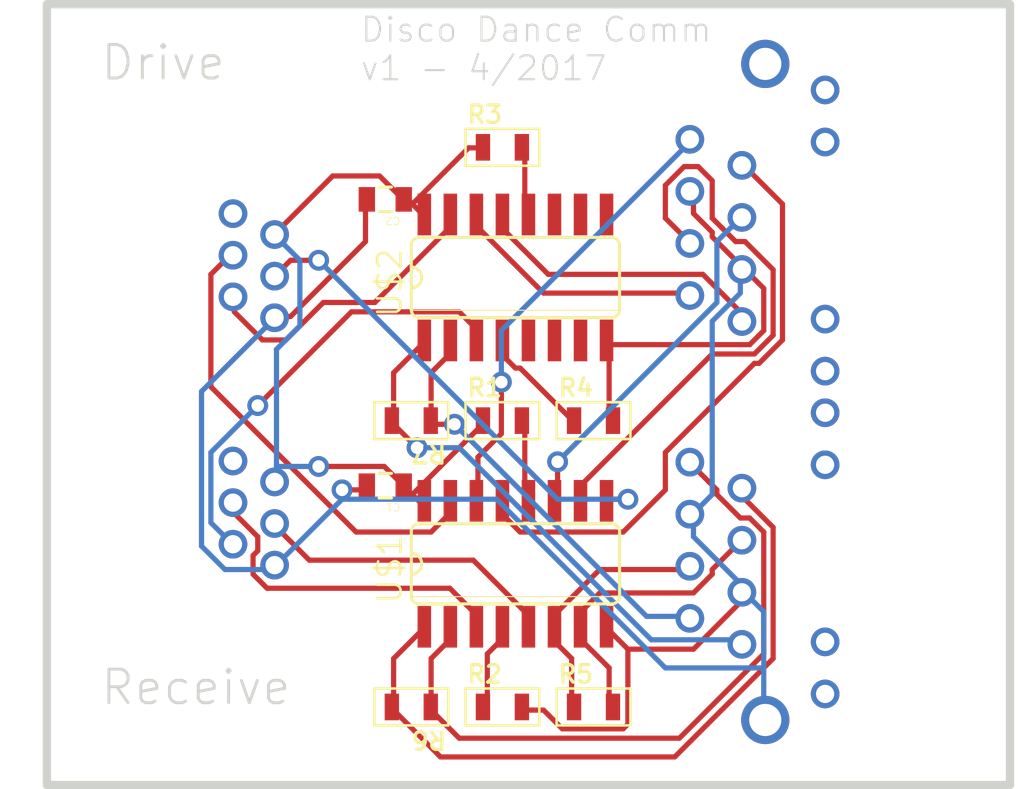
<source format=kicad_pcb>
(kicad_pcb (version 20241229) (generator "pcbnew") (generator_version "9.0")
  (layers (0 "F.Cu" signal) (2 "B.Cu" signal) (13 "F.Paste" user) (15 "B.Paste" user) (5 "F.SilkS" user "F.Silkscreen") (7 "B.SilkS" user "B.Silkscreen") (1 "F.Mask" user) (3 "B.Mask" user) (25 "Edge.Cuts" user))
  (net 0 "")
  (net 1 "VCC")
  (net 2 "D1")
  (net 3 "D2")
  (net 4 "D3")
  (net 5 "GND")
  (net 6 "R1")
  (net 7 "R2")
  (net 8 "R3")
  (net 9 "D4")
  (net 10 "R4")
  (net 11 "N$1")
  (net 12 "N$3")
  (net 13 "N$5")
  (net 14 "N$6")
  (net 15 "R-B-1")
  (net 16 "D-BR-1")
  (net 17 "D-BR-2")
  (net 18 "D-B-2")
  (net 19 "D-B-1")
  (net 20 "R-BR-1")
  (net 21 "R-BR-2")
  (net 22 "R-B-2")
  (net 23 "D-O-1")
  (net 24 "D-O-2")
  (net 25 "R-O-1")
  (net 26 "R-O-2")
  (footprint "R0805" (layer "F.Cu") (at 147.2311 106.2736)
    (property "Reference" "R1" (at -1.8 -1.1 0) (layer "F.SilkS") (effects (font (size 0.85344 0.85344) (thickness 0.16256)) (justify left bottom)))
    (property "Value" "1k" (hide yes))
    (fp_line (start -1.8 -0.9) (end -1.8 0.9) (stroke (width 0.127)) (layer "F.SilkS"))
    (fp_line (start -1.8 0.9) (end 1.8 0.9) (stroke (width 0.127)) (layer "F.SilkS"))
    (fp_line (start 1.8 -0.9) (end -1.8 -0.9) (stroke (width 0.127)) (layer "F.SilkS"))
    (fp_line (start 1.8 0.9) (end 1.8 -0.9) (stroke (width 0.127)) (layer "F.SilkS"))
    (pad "P$1" smd rect (at -0.95 0 180) (size 0.7 1.3) (layers "F.Cu" "F.Mask" "F.Paste") (net 1 "VCC"))
    (pad "P$2" smd rect (at 0.95 0 180) (size 0.7 1.3) (layers "F.Cu" "F.Mask" "F.Paste") (net 11 "N$1"))
  )
  (footprint "R0805" (layer "F.Cu") (at 147.2311 120.2436)
    (property "Reference" "R2" (at -1.8 -1.1 0) (layer "F.SilkS") (effects (font (size 0.85344 0.85344) (thickness 0.16256)) (justify left bottom)))
    (property "Value" "1k" (hide yes))
    (fp_line (start -1.8 -0.9) (end -1.8 0.9) (stroke (width 0.127)) (layer "F.SilkS"))
    (fp_line (start -1.8 0.9) (end 1.8 0.9) (stroke (width 0.127)) (layer "F.SilkS"))
    (fp_line (start 1.8 -0.9) (end -1.8 -0.9) (stroke (width 0.127)) (layer "F.SilkS"))
    (fp_line (start 1.8 0.9) (end 1.8 -0.9) (stroke (width 0.127)) (layer "F.SilkS"))
    (pad "P$1" smd rect (at -0.95 0 180) (size 0.7 1.3) (layers "F.Cu" "F.Mask" "F.Paste") (net 12 "N$3"))
    (pad "P$2" smd rect (at 0.95 0 180) (size 0.7 1.3) (layers "F.Cu" "F.Mask" "F.Paste") (net 5 "GND"))
  )
  (footprint "0805" (layer "F.Cu") (at 141.5161 109.4486 180)
    (property "Reference" "C1" (at -0.762 -0.8255 180) (layer "F.SilkS") (effects (font (size 0.373888 0.373888) (thickness 0.032512)) (justify left bottom)))
    (property "Value" ".1u")
    (fp_line (start -0.3 0.6) (end 0.3 0.6) (stroke (width 0.1524)) (layer "F.SilkS"))
    (fp_line (start -0.3 -0.6) (end 0.3 -0.6) (stroke (width 0.1524)) (layer "F.SilkS"))
    (pad "1" smd rect (at -0.9 0 180) (size 0.8 1.2) (layers "F.Cu" "F.Mask" "F.Paste") (net 1 "VCC"))
    (pad "2" smd rect (at 0.9 0 180) (size 0.8 1.2) (layers "F.Cu" "F.Mask" "F.Paste") (net 5 "GND"))
  )
  (footprint "R0805" (layer "F.Cu") (at 151.6761 120.2436)
    (property "Reference" "R5" (at -1.8 -1.1 0) (layer "F.SilkS") (effects (font (size 0.85344 0.85344) (thickness 0.16256)) (justify left bottom)))
    (property "Value" "100" (hide yes))
    (fp_line (start -1.8 -0.9) (end -1.8 0.9) (stroke (width 0.127)) (layer "F.SilkS"))
    (fp_line (start -1.8 0.9) (end 1.8 0.9) (stroke (width 0.127)) (layer "F.SilkS"))
    (fp_line (start 1.8 -0.9) (end -1.8 -0.9) (stroke (width 0.127)) (layer "F.SilkS"))
    (fp_line (start 1.8 0.9) (end 1.8 -0.9) (stroke (width 0.127)) (layer "F.SilkS"))
    (pad "P$1" smd rect (at -0.95 0 180) (size 0.7 1.3) (layers "F.Cu" "F.Mask" "F.Paste") (net 15 "R-B-1"))
    (pad "P$2" smd rect (at 0.95 0 180) (size 0.7 1.3) (layers "F.Cu" "F.Mask" "F.Paste") (net 22 "R-B-2"))
  )
  (footprint "0805" (layer "F.Cu") (at 141.5161 95.4786 180)
    (property "Reference" "C2" (at -0.762 -0.8255 180) (layer "F.SilkS") (effects (font (size 0.373888 0.373888) (thickness 0.032512)) (justify left bottom)))
    (property "Value" ".1u")
    (fp_line (start -0.3 0.6) (end 0.3 0.6) (stroke (width 0.1524)) (layer "F.SilkS"))
    (fp_line (start -0.3 -0.6) (end 0.3 -0.6) (stroke (width 0.1524)) (layer "F.SilkS"))
    (pad "1" smd rect (at -0.9 0 180) (size 0.8 1.2) (layers "F.Cu" "F.Mask" "F.Paste") (net 1 "VCC"))
    (pad "2" smd rect (at 0.9 0 180) (size 0.8 1.2) (layers "F.Cu" "F.Mask" "F.Paste") (net 5 "GND"))
  )
  (footprint "R0805" (layer "F.Cu") (at 147.2311 92.9386)
    (property "Reference" "R3" (at -1.8 -1.1 0) (layer "F.SilkS") (effects (font (size 0.85344 0.85344) (thickness 0.16256)) (justify left bottom)))
    (property "Value" "1k" (hide yes))
    (fp_line (start -1.8 -0.9) (end -1.8 0.9) (stroke (width 0.127)) (layer "F.SilkS"))
    (fp_line (start -1.8 0.9) (end 1.8 0.9) (stroke (width 0.127)) (layer "F.SilkS"))
    (fp_line (start 1.8 -0.9) (end -1.8 -0.9) (stroke (width 0.127)) (layer "F.SilkS"))
    (fp_line (start 1.8 0.9) (end 1.8 -0.9) (stroke (width 0.127)) (layer "F.SilkS"))
    (pad "P$1" smd rect (at -0.95 0 180) (size 0.7 1.3) (layers "F.Cu" "F.Mask" "F.Paste") (net 1 "VCC"))
    (pad "P$2" smd rect (at 0.95 0 180) (size 0.7 1.3) (layers "F.Cu" "F.Mask" "F.Paste") (net 13 "N$5"))
  )
  (footprint "R0805" (layer "F.Cu") (at 151.6761 106.2736)
    (property "Reference" "R4" (at -1.8 -1.1 0) (layer "F.SilkS") (effects (font (size 0.85344 0.85344) (thickness 0.16256)) (justify left bottom)))
    (property "Value" "1k" (hide yes))
    (fp_line (start -1.8 -0.9) (end -1.8 0.9) (stroke (width 0.127)) (layer "F.SilkS"))
    (fp_line (start -1.8 0.9) (end 1.8 0.9) (stroke (width 0.127)) (layer "F.SilkS"))
    (fp_line (start 1.8 -0.9) (end -1.8 -0.9) (stroke (width 0.127)) (layer "F.SilkS"))
    (fp_line (start 1.8 0.9) (end 1.8 -0.9) (stroke (width 0.127)) (layer "F.SilkS"))
    (pad "P$1" smd rect (at -0.95 0 180) (size 0.7 1.3) (layers "F.Cu" "F.Mask" "F.Paste") (net 14 "N$6"))
    (pad "P$2" smd rect (at 0.95 0 180) (size 0.7 1.3) (layers "F.Cu" "F.Mask" "F.Paste") (net 5 "GND"))
  )
  (footprint "SOP-16" (layer "F.Cu") (at 147.8661 99.2886)
    (property "Reference" "U$2" (at -5.461 2.032 90) (layer "F.SilkS") (effects (font (size 1.143 1.143) (thickness 0.127)) (justify left bottom)))
    (property "Value" "SN65C1167")
    (fp_line (start -5.08 -1.5748) (end -5.08 1.5748) (stroke (width 0.1524)) (layer "F.SilkS"))
    (fp_line (start -5.08 1.6002) (end 5.08 1.6002) (stroke (width 0.0508)) (layer "F.SilkS"))
    (fp_line (start -4.699 1.9558) (end 4.699 1.9558) (stroke (width 0.1524)) (layer "F.SilkS"))
    (fp_line (start 4.699 -1.9558) (end -4.699 -1.9558) (stroke (width 0.1524)) (layer "F.SilkS"))
    (fp_line (start 5.08 1.5748) (end 5.08 -1.5748) (stroke (width 0.1524)) (layer "F.SilkS"))
    (fp_arc (start -5.08 -1.5748) (mid -4.968408 -1.844208) (end -4.699 -1.9558) (stroke (width 0.1524)) (layer "F.SilkS"))
    (fp_arc (start -5.08 -0.508) (mid -4.572 0) (end -5.08 0.508) (stroke (width 0.1524)) (layer "F.SilkS"))
    (fp_arc (start -4.699 1.9558) (mid -4.968408 1.844208) (end -5.08 1.5748) (stroke (width 0.1524)) (layer "F.SilkS"))
    (fp_arc (start 4.699 -1.9558) (mid 4.968408 -1.844208) (end 5.08 -1.5748) (stroke (width 0.1524)) (layer "F.SilkS"))
    (fp_arc (start 5.08 1.5748) (mid 4.968408 1.844208) (end 4.699 1.9558) (stroke (width 0.1524)) (layer "F.SilkS"))
    (pad "1" smd rect (at -4.445 3.0734) (size 0.6604 2.032) (layers "F.Cu" "F.Mask" "F.Paste") (net 26 "R-O-2"))
    (pad "2" smd rect (at -3.175 3.0734) (size 0.6604 2.032) (layers "F.Cu" "F.Mask" "F.Paste") (net 25 "R-O-1"))
    (pad "3" smd rect (at -1.905 3.0734) (size 0.6604 2.032) (layers "F.Cu" "F.Mask" "F.Paste") (net 8 "R3"))
    (pad "4" smd rect (at -0.635 3.0734) (size 0.6604 2.032) (layers "F.Cu" "F.Mask" "F.Paste") (net 14 "N$6"))
    (pad "5" smd rect (at 0.635 3.0734) (size 0.6604 2.032) (layers "F.Cu" "F.Mask" "F.Paste") (net 10 "R4"))
    (pad "6" smd rect (at 1.905 3.0734) (size 0.6604 2.032) (layers "F.Cu" "F.Mask" "F.Paste"))
    (pad "7" smd rect (at 3.175 3.0734) (size 0.6604 2.032) (layers "F.Cu" "F.Mask" "F.Paste"))
    (pad "8" smd rect (at 4.445 3.0734) (size 0.6604 2.032) (layers "F.Cu" "F.Mask" "F.Paste") (net 5 "GND"))
    (pad "9" smd rect (at 4.445 -3.0734) (size 0.6604 2.032) (layers "F.Cu" "F.Mask" "F.Paste") (net 9 "D4"))
    (pad "10" smd rect (at 3.175 -3.0734) (size 0.6604 2.032) (layers "F.Cu" "F.Mask" "F.Paste"))
    (pad "11" smd rect (at 1.905 -3.0734) (size 0.6604 2.032) (layers "F.Cu" "F.Mask" "F.Paste"))
    (pad "12" smd rect (at 0.635 -3.0734) (size 0.6604 2.032) (layers "F.Cu" "F.Mask" "F.Paste") (net 13 "N$5"))
    (pad "13" smd rect (at -0.635 -3.0734) (size 0.6604 2.032) (layers "F.Cu" "F.Mask" "F.Paste") (net 24 "D-O-2"))
    (pad "14" smd rect (at -1.905 -3.0734) (size 0.6604 2.032) (layers "F.Cu" "F.Mask" "F.Paste") (net 23 "D-O-1"))
    (pad "15" smd rect (at -3.175 -3.0734) (size 0.6604 2.032) (layers "F.Cu" "F.Mask" "F.Paste") (net 4 "D3"))
    (pad "16" smd rect (at -4.445 -3.0734) (size 0.6604 2.032) (layers "F.Cu" "F.Mask" "F.Paste") (net 1 "VCC"))
  )
  (footprint "RJSBE-5380-C2" (layer "F.Cu") (at 167.1661 119.0986 90)
    (property "Reference" "U$4" (hide yes))
    (property "Value" "RJSBE-5380-C2" (hide yes))
    (pad "" np_thru_hole circle (at 0 0 90) (size 3.45 3.45) (drill 3.45) (layers "*.Cu" "*.Mask"))
    (pad "" np_thru_hole circle (at 28.45 0 90) (size 3.45 3.45) (drill 3.45) (layers "*.Cu" "*.Mask"))
    (pad "1@1" thru_hole circle (at 1.91 -8.25 90) (size 1.398 1.398) (drill 0.89) (layers "*.Cu" "*.Mask") (net 26 "R-O-2"))
    (pad "1@2" thru_hole circle (at 17.66 -8.25 90) (size 1.398 1.398) (drill 0.89) (layers "*.Cu" "*.Mask") (net 24 "D-O-2"))
    (pad "2@1" thru_hole circle (at 3.18 -10.79 90) (size 1.398 1.398) (drill 0.89) (layers "*.Cu" "*.Mask") (net 25 "R-O-1"))
    (pad "2@2" thru_hole circle (at 18.93 -10.79 90) (size 1.398 1.398) (drill 0.89) (layers "*.Cu" "*.Mask") (net 23 "D-O-1"))
    (pad "3@1" thru_hole circle (at 4.45 -8.25 90) (size 1.398 1.398) (drill 0.89) (layers "*.Cu" "*.Mask") (net 5 "GND"))
    (pad "3@2" thru_hole circle (at 20.2 -8.25 90) (size 1.398 1.398) (drill 0.89) (layers "*.Cu" "*.Mask") (net 5 "GND"))
    (pad "4@1" thru_hole circle (at 5.72 -10.79 90) (size 1.398 1.398) (drill 0.89) (layers "*.Cu" "*.Mask") (net 15 "R-B-1"))
    (pad "4@2" thru_hole circle (at 21.47 -10.79 90) (size 1.398 1.398) (drill 0.89) (layers "*.Cu" "*.Mask") (net 19 "D-B-1"))
    (pad "5@1" thru_hole circle (at 6.99 -8.25 90) (size 1.398 1.398) (drill 0.89) (layers "*.Cu" "*.Mask") (net 22 "R-B-2"))
    (pad "5@2" thru_hole circle (at 22.74 -8.25 90) (size 1.398 1.398) (drill 0.89) (layers "*.Cu" "*.Mask") (net 18 "D-B-2"))
    (pad "6@1" thru_hole circle (at 8.26 -10.79 90) (size 1.398 1.398) (drill 0.89) (layers "*.Cu" "*.Mask") (net 5 "GND"))
    (pad "6@2" thru_hole circle (at 24.01 -10.79 90) (size 1.398 1.398) (drill 0.89) (layers "*.Cu" "*.Mask") (net 5 "GND"))
    (pad "7@1" thru_hole circle (at 9.53 -8.25 90) (size 1.398 1.398) (drill 0.89) (layers "*.Cu" "*.Mask") (net 21 "R-BR-2"))
    (pad "7@2" thru_hole circle (at 25.28 -8.25 90) (size 1.398 1.398) (drill 0.89) (layers "*.Cu" "*.Mask") (net 17 "D-BR-2"))
    (pad "8@1" thru_hole circle (at 10.8 -10.79 90) (size 1.398 1.398) (drill 0.89) (layers "*.Cu" "*.Mask") (net 20 "R-BR-1"))
    (pad "8@2" thru_hole circle (at 26.55 -10.79 90) (size 1.398 1.398) (drill 0.89) (layers "*.Cu" "*.Mask") (net 16 "D-BR-1"))
    (pad "9@1" thru_hole circle (at 13.21 -4.19 90) (size 1.398 1.398) (drill 0.89) (layers "*.Cu" "*.Mask"))
    (pad "9@2" thru_hole circle (at 28.96 -4.19 90) (size 1.398 1.398) (drill 0.89) (layers "*.Cu" "*.Mask"))
    (pad "10@1" thru_hole circle (at 10.67 -4.19 90) (size 1.398 1.398) (drill 0.89) (layers "*.Cu" "*.Mask"))
    (pad "10@2" thru_hole circle (at 26.42 -4.19 90) (size 1.398 1.398) (drill 0.89) (layers "*.Cu" "*.Mask"))
    (pad "11@1" thru_hole circle (at 2.03 -4.19 90) (size 1.398 1.398) (drill 0.89) (layers "*.Cu" "*.Mask"))
    (pad "11@2" thru_hole circle (at 17.78 -4.19 90) (size 1.398 1.398) (drill 0.89) (layers "*.Cu" "*.Mask"))
    (pad "12@1" thru_hole circle (at -0.51 -4.19 90) (size 1.398 1.398) (drill 0.89) (layers "*.Cu" "*.Mask"))
    (pad "12@2" thru_hole circle (at 15.24 -4.19 90) (size 1.398 1.398) (drill 0.89) (layers "*.Cu" "*.Mask"))
    (pad "SHIELD@1" thru_hole circle (at -1.78 -7.11 90) (size 2.355 2.355) (drill 1.57) (layers "*.Cu" "*.Mask") (net 5 "GND"))
    (pad "SHIELD@2" thru_hole circle (at 30.23 -7.11 90) (size 2.355 2.355) (drill 1.57) (layers "*.Cu" "*.Mask"))
  )
  (footprint "R0805" (layer "F.Cu") (at 142.7861 120.2436 180)
    (property "Reference" "R6" (at -1.8 -1.1 180) (layer "F.SilkS") (effects (font (size 0.85344 0.85344) (thickness 0.16256)) (justify left bottom)))
    (property "Value" "100" (hide yes))
    (fp_line (start 1.8 0.9) (end 1.8 -0.9) (stroke (width 0.127)) (layer "F.SilkS"))
    (fp_line (start 1.8 -0.9) (end -1.8 -0.9) (stroke (width 0.127)) (layer "F.SilkS"))
    (fp_line (start -1.8 0.9) (end 1.8 0.9) (stroke (width 0.127)) (layer "F.SilkS"))
    (fp_line (start -1.8 -0.9) (end -1.8 0.9) (stroke (width 0.127)) (layer "F.SilkS"))
    (pad "P$1" smd rect (at -0.95 0) (size 0.7 1.3) (layers "F.Cu" "F.Mask" "F.Paste") (net 20 "R-BR-1"))
    (pad "P$2" smd rect (at 0.95 0) (size 0.7 1.3) (layers "F.Cu" "F.Mask" "F.Paste") (net 21 "R-BR-2"))
  )
  (footprint "RJE01-660-02" (layer "F.Cu") (at 131.0361 93.9536 -90)
    (property "Reference" "U$3" (hide yes))
    (property "Value" "RJE01-660-02" (hide yes))
    (pad "" np_thru_hole circle (at 0 0 270) (size 3.45 3.45) (drill 3.45) (layers "*.Cu" "*.Mask"))
    (pad "" np_thru_hole circle (at 21.59 0 270) (size 3.45 3.45) (drill 3.45) (layers "*.Cu" "*.Mask"))
    (pad "1@1" thru_hole circle (at 7.3 -5.08 270) (size 1.398 1.398) (drill 0.89) (layers "*.Cu" "*.Mask") (net 5 "GND"))
    (pad "1@2" thru_hole circle (at 19.37 -5.08 270) (size 1.398 1.398) (drill 0.89) (layers "*.Cu" "*.Mask") (net 5 "GND"))
    (pad "2@1" thru_hole circle (at 6.28 -3.05 270) (size 1.398 1.398) (drill 0.89) (layers "*.Cu" "*.Mask") (net 4 "D3"))
    (pad "2@2" thru_hole circle (at 18.35 -3.05 270) (size 1.398 1.398) (drill 0.89) (layers "*.Cu" "*.Mask") (net 8 "R3"))
    (pad "3@1" thru_hole circle (at 5.27 -5.08 270) (size 1.398 1.398) (drill 0.89) (layers "*.Cu" "*.Mask") (net 3 "D2"))
    (pad "3@2" thru_hole circle (at 17.34 -5.08 270) (size 1.398 1.398) (drill 0.89) (layers "*.Cu" "*.Mask") (net 7 "R2"))
    (pad "4@1" thru_hole circle (at 4.25 -3.05 270) (size 1.398 1.398) (drill 0.89) (layers "*.Cu" "*.Mask") (net 2 "D1"))
    (pad "4@2" thru_hole circle (at 16.32 -3.05 270) (size 1.398 1.398) (drill 0.89) (layers "*.Cu" "*.Mask") (net 6 "R1"))
    (pad "5@1" thru_hole circle (at 3.24 -5.08 270) (size 1.398 1.398) (drill 0.89) (layers "*.Cu" "*.Mask") (net 1 "VCC"))
    (pad "5@2" thru_hole circle (at 15.31 -5.08 270) (size 1.398 1.398) (drill 0.89) (layers "*.Cu" "*.Mask") (net 1 "VCC"))
    (pad "6@1" thru_hole circle (at 2.22 -3.05 270) (size 1.398 1.398) (drill 0.89) (layers "*.Cu" "*.Mask"))
    (pad "6@2" thru_hole circle (at 14.29 -3.05 270) (size 1.398 1.398) (drill 0.89) (layers "*.Cu" "*.Mask"))
  )
  (footprint "SOP-16" (layer "F.Cu") (at 147.8661 113.2586)
    (property "Reference" "U$1" (at -5.461 2.032 90) (layer "F.SilkS") (effects (font (size 1.143 1.143) (thickness 0.127)) (justify left bottom)))
    (property "Value" "SN65C1167")
    (fp_line (start -5.08 -1.5748) (end -5.08 1.5748) (stroke (width 0.1524)) (layer "F.SilkS"))
    (fp_line (start -5.08 1.6002) (end 5.08 1.6002) (stroke (width 0.0508)) (layer "F.SilkS"))
    (fp_line (start -4.699 1.9558) (end 4.699 1.9558) (stroke (width 0.1524)) (layer "F.SilkS"))
    (fp_line (start 4.699 -1.9558) (end -4.699 -1.9558) (stroke (width 0.1524)) (layer "F.SilkS"))
    (fp_line (start 5.08 1.5748) (end 5.08 -1.5748) (stroke (width 0.1524)) (layer "F.SilkS"))
    (fp_arc (start -5.08 -1.5748) (mid -4.968408 -1.844208) (end -4.699 -1.9558) (stroke (width 0.1524)) (layer "F.SilkS"))
    (fp_arc (start -5.08 -0.508) (mid -4.572 0) (end -5.08 0.508) (stroke (width 0.1524)) (layer "F.SilkS"))
    (fp_arc (start -4.699 1.9558) (mid -4.968408 1.844208) (end -5.08 1.5748) (stroke (width 0.1524)) (layer "F.SilkS"))
    (fp_arc (start 4.699 -1.9558) (mid 4.968408 -1.844208) (end 5.08 -1.5748) (stroke (width 0.1524)) (layer "F.SilkS"))
    (fp_arc (start 5.08 1.5748) (mid 4.968408 1.844208) (end 4.699 1.9558) (stroke (width 0.1524)) (layer "F.SilkS"))
    (pad "1" smd rect (at -4.445 3.0734) (size 0.6604 2.032) (layers "F.Cu" "F.Mask" "F.Paste") (net 21 "R-BR-2"))
    (pad "2" smd rect (at -3.175 3.0734) (size 0.6604 2.032) (layers "F.Cu" "F.Mask" "F.Paste") (net 20 "R-BR-1"))
    (pad "3" smd rect (at -1.905 3.0734) (size 0.6604 2.032) (layers "F.Cu" "F.Mask" "F.Paste") (net 6 "R1"))
    (pad "4" smd rect (at -0.635 3.0734) (size 0.6604 2.032) (layers "F.Cu" "F.Mask" "F.Paste") (net 12 "N$3"))
    (pad "5" smd rect (at 0.635 3.0734) (size 0.6604 2.032) (layers "F.Cu" "F.Mask" "F.Paste") (net 7 "R2"))
    (pad "6" smd rect (at 1.905 3.0734) (size 0.6604 2.032) (layers "F.Cu" "F.Mask" "F.Paste") (net 15 "R-B-1"))
    (pad "7" smd rect (at 3.175 3.0734) (size 0.6604 2.032) (layers "F.Cu" "F.Mask" "F.Paste") (net 22 "R-B-2"))
    (pad "8" smd rect (at 4.445 3.0734) (size 0.6604 2.032) (layers "F.Cu" "F.Mask" "F.Paste") (net 5 "GND"))
    (pad "9" smd rect (at 4.445 -3.0734) (size 0.6604 2.032) (layers "F.Cu" "F.Mask" "F.Paste") (net 3 "D2"))
    (pad "10" smd rect (at 3.175 -3.0734) (size 0.6604 2.032) (layers "F.Cu" "F.Mask" "F.Paste") (net 19 "D-B-1"))
    (pad "11" smd rect (at 1.905 -3.0734) (size 0.6604 2.032) (layers "F.Cu" "F.Mask" "F.Paste") (net 18 "D-B-2"))
    (pad "12" smd rect (at 0.635 -3.0734) (size 0.6604 2.032) (layers "F.Cu" "F.Mask" "F.Paste") (net 11 "N$1"))
    (pad "13" smd rect (at -0.635 -3.0734) (size 0.6604 2.032) (layers "F.Cu" "F.Mask" "F.Paste") (net 17 "D-BR-2"))
    (pad "14" smd rect (at -1.905 -3.0734) (size 0.6604 2.032) (layers "F.Cu" "F.Mask" "F.Paste") (net 16 "D-BR-1"))
    (pad "15" smd rect (at -3.175 -3.0734) (size 0.6604 2.032) (layers "F.Cu" "F.Mask" "F.Paste") (net 2 "D1"))
    (pad "16" smd rect (at -4.445 -3.0734) (size 0.6604 2.032) (layers "F.Cu" "F.Mask" "F.Paste") (net 1 "VCC"))
  )
  (footprint "R0805" (layer "F.Cu") (at 142.7861 106.2736 180)
    (property "Reference" "R7" (at -1.8 -1.1 180) (layer "F.SilkS") (effects (font (size 0.85344 0.85344) (thickness 0.16256)) (justify left bottom)))
    (property "Value" "100" (hide yes))
    (fp_line (start 1.8 0.9) (end 1.8 -0.9) (stroke (width 0.127)) (layer "F.SilkS"))
    (fp_line (start 1.8 -0.9) (end -1.8 -0.9) (stroke (width 0.127)) (layer "F.SilkS"))
    (fp_line (start -1.8 0.9) (end 1.8 0.9) (stroke (width 0.127)) (layer "F.SilkS"))
    (fp_line (start -1.8 -0.9) (end -1.8 0.9) (stroke (width 0.127)) (layer "F.SilkS"))
    (pad "P$1" smd rect (at -0.95 0) (size 0.7 1.3) (layers "F.Cu" "F.Mask" "F.Paste") (net 25 "R-O-1"))
    (pad "P$2" smd rect (at 0.95 0) (size 0.7 1.3) (layers "F.Cu" "F.Mask" "F.Paste") (net 26 "R-O-2"))
  )
  (gr_line (start 171.9961 124.0536) (end 171.9961 85.9536) (stroke (width 0.4064)) (layer "Edge.Cuts"))
  (gr_line (start 125.0061 124.0536) (end 171.9961 124.0536) (stroke (width 0.4064)) (layer "Edge.Cuts"))
  (gr_line (start 171.9961 85.9536) (end 125.0061 85.9536) (stroke (width 0.4064)) (layer "Edge.Cuts"))
  (gr_line (start 125.0061 85.9536) (end 125.0061 124.0536) (stroke (width 0.4064)) (layer "Edge.Cuts"))
  (gr_text "Drive" (at 127.5461 89.7636 0) (layer "Edge.Cuts") (effects (font (size 1.63576 1.63576) (thickness 0.14224)) (justify left bottom)))
  (gr_text "Disco Dance Comm\nv1 - 4/2017" (at 140.2461 89.7636 0) (layer "Edge.Cuts") (effects (font (size 1.1684 1.1684) (thickness 0.1016)) (justify left bottom)))
  (gr_text "Receive" (at 127.5461 120.2436 0) (layer "Edge.Cuts") (effects (font (size 1.63576 1.63576) (thickness 0.14224)) (justify left bottom)))
  (segment (start 142.6083 95.4786) (end 142.4161 95.4786) (width 0.254) (layer "F.Cu") (net 1))
  (segment (start 143.2941 96.1644) (end 143.4211 96.2152) (width 0.254) (layer "F.Cu") (net 1))
  (segment (start 138.9507 94.3356) (end 141.2367 94.3356) (width 0.254) (layer "F.Cu") (net 1))
  (segment (start 136.2075 97.0788) (end 136.1161 97.1936) (width 0.254) (layer "F.Cu") (net 1))
  (segment (start 142.8369 95.7072) (end 145.5801 92.964) (width 0.254) (layer "F.Cu") (net 1))
  (segment (start 143.2941 110.3376) (end 143.4211 110.1852) (width 0.254) (layer "F.Cu") (net 1))
  (segment (start 142.8369 109.8804) (end 146.2659 106.4514) (width 0.254) (layer "F.Cu") (net 1))
  (segment (start 146.2659 106.4514) (end 146.2811 106.2736) (width 0.254) (layer "F.Cu") (net 1))
  (segment (start 142.3797 95.4786) (end 142.4161 95.4786) (width 0.254) (layer "F.Cu") (net 1))
  (segment (start 142.6083 109.6518) (end 142.4161 109.4486) (width 0.254) (layer "F.Cu") (net 1))
  (segment (start 145.5801 92.964) (end 146.2659 92.964) (width 0.254) (layer "F.Cu") (net 1))
  (segment (start 138.2649 108.5088) (end 141.4653 108.5088) (width 0.254) (layer "F.Cu") (net 1))
  (segment (start 142.8369 95.7072) (end 142.6083 95.4786) (width 0.254) (layer "F.Cu") (net 1))
  (segment (start 136.2075 97.0788) (end 138.9507 94.3356) (width 0.254) (layer "F.Cu") (net 1))
  (segment (start 142.8369 109.8804) (end 142.6083 109.6518) (width 0.254) (layer "F.Cu") (net 1))
  (segment (start 143.2941 96.1644) (end 142.8369 95.7072) (width 0.254) (layer "F.Cu") (net 1))
  (segment (start 146.2659 92.964) (end 146.2811 92.9386) (width 0.254) (layer "F.Cu") (net 1))
  (segment (start 142.3797 109.4232) (end 142.4161 109.4486) (width 0.254) (layer "F.Cu") (net 1))
  (segment (start 141.2367 94.3356) (end 142.3797 95.4786) (width 0.254) (layer "F.Cu") (net 1))
  (segment (start 143.2941 110.3376) (end 142.8369 109.8804) (width 0.254) (layer "F.Cu") (net 1))
  (segment (start 141.4653 108.5088) (end 142.3797 109.4232) (width 0.254) (layer "F.Cu") (net 1))
  (via (at 138.2649 108.5088) (size 1.016) (drill 0.6096) (layers "F.Cu" "B.Cu") (net 1))
  (segment (start 136.2075 97.3074) (end 136.1161 97.1936) (width 0.254) (layer "B.Cu") (net 1))
  (segment (start 136.2075 109.1946) (end 136.1161 109.2636) (width 0.254) (layer "B.Cu") (net 1))
  (segment (start 136.2075 97.3074) (end 137.3505 98.4504) (width 0.254) (layer "B.Cu") (net 1))
  (segment (start 136.2075 108.5088) (end 136.2075 109.1946) (width 0.254) (layer "B.Cu") (net 1))
  (segment (start 137.3505 98.4504) (end 137.3505 101.6508) (width 0.254) (layer "B.Cu") (net 1))
  (segment (start 136.2075 108.5088) (end 138.2649 108.5088) (width 0.254) (layer "B.Cu") (net 1))
  (segment (start 137.3505 101.6508) (end 136.2075 102.7938) (width 0.254) (layer "B.Cu") (net 1))
  (segment (start 136.2075 102.7938) (end 136.2075 108.5088) (width 0.254) (layer "B.Cu") (net 1))
  (segment (start 133.0071 99.1362) (end 133.0071 104.6226) (width 0.254) (layer "F.Cu") (net 2))
  (segment (start 133.0071 104.6226) (end 140.0937 111.7092) (width 0.254) (layer "F.Cu") (net 2))
  (segment (start 140.0937 111.7092) (end 143.7513 111.7092) (width 0.254) (layer "F.Cu") (net 2))
  (segment (start 133.9215 98.2218) (end 134.0861 98.2036) (width 0.254) (layer "F.Cu") (net 2))
  (segment (start 144.6657 110.7948) (end 144.6657 110.3376) (width 0.254) (layer "F.Cu") (net 2))
  (segment (start 133.9215 98.2218) (end 133.0071 99.1362) (width 0.254) (layer "F.Cu") (net 2))
  (segment (start 144.6657 110.3376) (end 144.6911 110.1852) (width 0.254) (layer "F.Cu") (net 2))
  (segment (start 143.7513 111.7092) (end 144.6657 110.7948) (width 0.254) (layer "F.Cu") (net 2))
  (segment (start 136.2075 99.1362) (end 136.1161 99.2236) (width 0.254) (layer "F.Cu") (net 3))
  (segment (start 152.4381 110.109) (end 152.3111 110.1852) (width 0.254) (layer "F.Cu") (net 3))
  (segment (start 136.8933 98.4504) (end 138.2649 98.4504) (width 0.254) (layer "F.Cu") (net 3))
  (segment (start 136.2075 99.1362) (end 136.8933 98.4504) (width 0.254) (layer "F.Cu") (net 3))
  (segment (start 153.3525 110.109) (end 152.4381 110.109) (width 0.254) (layer "F.Cu") (net 3))
  (via (at 138.2649 98.4504) (size 1.016) (drill 0.6096) (layers "F.Cu" "B.Cu") (net 3))
  (via (at 153.3525 110.109) (size 1.016) (drill 0.6096) (layers "F.Cu" "B.Cu") (net 3))
  (segment (start 138.2649 98.4504) (end 149.9235 110.109) (width 0.254) (layer "B.Cu") (net 3))
  (segment (start 149.9235 110.109) (end 153.3525 110.109) (width 0.254) (layer "B.Cu") (net 3))
  (segment (start 144.6657 96.8502) (end 144.6657 96.393) (width 0.254) (layer "F.Cu") (net 4))
  (segment (start 135.5217 102.3366) (end 136.6647 102.3366) (width 0.254) (layer "F.Cu") (net 4))
  (segment (start 134.1501 100.2792) (end 134.0861 100.2336) (width 0.254) (layer "F.Cu") (net 4))
  (segment (start 136.6647 102.3366) (end 138.4935 100.5078) (width 0.254) (layer "F.Cu") (net 4))
  (segment (start 144.6657 96.393) (end 144.6911 96.2152) (width 0.254) (layer "F.Cu") (net 4))
  (segment (start 134.1501 100.965) (end 135.5217 102.3366) (width 0.254) (layer "F.Cu") (net 4))
  (segment (start 134.1501 100.2792) (end 134.1501 100.965) (width 0.254) (layer "F.Cu") (net 4))
  (segment (start 138.4935 100.5078) (end 141.0081 100.5078) (width 0.254) (layer "F.Cu") (net 4))
  (segment (start 141.0081 100.5078) (end 144.6657 96.8502) (width 0.254) (layer "F.Cu") (net 4))
  (segment (start 153.1239 121.3104) (end 150.1521 121.3104) (width 0.254) (layer "F.Cu") (net 5))
  (segment (start 157.4673 97.3074) (end 158.8389 98.679) (width 0.254) (layer "F.Cu") (net 5))
  (segment (start 158.8389 98.679) (end 158.9161 98.8986) (width 0.254) (layer "F.Cu") (net 5))
  (segment (start 140.5509 95.4786) (end 140.6161 95.4786) (width 0.254) (layer "F.Cu") (net 5))
  (segment (start 156.5529 117.4242) (end 153.3525 117.4242) (width 0.254) (layer "F.Cu") (net 5))
  (segment (start 159.9819 99.822) (end 159.9819 101.8794) (width 0.254) (layer "F.Cu") (net 5))
  (segment (start 136.8933 101.1936) (end 140.5509 97.536) (width 0.254) (layer "F.Cu") (net 5))
  (segment (start 152.4381 116.5098) (end 152.3111 116.332) (width 0.254) (layer "F.Cu") (net 5))
  (segment (start 156.5529 96.1644) (end 157.4673 97.0788) (width 0.254) (layer "F.Cu") (net 5))
  (segment (start 140.5509 97.536) (end 140.5509 95.4786) (width 0.254) (layer "F.Cu") (net 5))
  (segment (start 158.8389 114.681) (end 158.9161 114.6486) (width 0.254) (layer "F.Cu") (net 5))
  (segment (start 152.4381 116.5098) (end 153.3525 117.4242) (width 0.254) (layer "F.Cu") (net 5))
  (segment (start 140.5509 109.6518) (end 140.6161 109.4486) (width 0.254) (layer "F.Cu") (net 5))
  (segment (start 152.4381 102.5652) (end 152.3111 102.362) (width 0.254) (layer "F.Cu") (net 5))
  (segment (start 152.4381 106.2228) (end 152.6261 106.2736) (width 0.254) (layer "F.Cu") (net 5))
  (segment (start 156.5529 95.25) (end 156.5529 96.1644) (width 0.254) (layer "F.Cu") (net 5))
  (segment (start 158.8389 114.681) (end 158.8389 115.1382) (width 0.254) (layer "F.Cu") (net 5))
  (segment (start 159.0675 98.9076) (end 158.9161 98.8986) (width 0.254) (layer "F.Cu") (net 5))
  (segment (start 148.3233 120.396) (end 148.1811 120.2436) (width 0.254) (layer "F.Cu") (net 5))
  (segment (start 159.2961 102.5652) (end 152.4381 102.5652) (width 0.254) (layer "F.Cu") (net 5))
  (segment (start 157.4673 97.0788) (end 157.4673 97.3074) (width 0.254) (layer "F.Cu") (net 5))
  (segment (start 152.4381 102.5652) (end 152.4381 106.2228) (width 0.254) (layer "F.Cu") (net 5))
  (segment (start 139.4079 109.6518) (end 140.5509 109.6518) (width 0.254) (layer "F.Cu") (net 5))
  (segment (start 136.2075 101.1936) (end 136.1161 101.2536) (width 0.254) (layer "F.Cu") (net 5))
  (segment (start 150.1521 121.3104) (end 149.2377 120.396) (width 0.254) (layer "F.Cu") (net 5))
  (segment (start 153.3525 121.0818) (end 153.1239 121.3104) (width 0.254) (layer "F.Cu") (net 5))
  (segment (start 158.8389 115.1382) (end 156.5529 117.4242) (width 0.254) (layer "F.Cu") (net 5))
  (segment (start 156.5529 95.25) (end 156.3761 95.0886) (width 0.254) (layer "F.Cu") (net 5))
  (segment (start 159.9819 101.8794) (end 159.2961 102.5652) (width 0.254) (layer "F.Cu") (net 5))
  (segment (start 153.3525 117.4242) (end 153.3525 121.0818) (width 0.254) (layer "F.Cu") (net 5))
  (segment (start 136.2075 101.1936) (end 136.8933 101.1936) (width 0.254) (layer "F.Cu") (net 5))
  (segment (start 149.2377 120.396) (end 148.3233 120.396) (width 0.254) (layer "F.Cu") (net 5))
  (segment (start 159.0675 98.9076) (end 159.9819 99.822) (width 0.254) (layer "F.Cu") (net 5))
  (via (at 139.4079 109.6518) (size 1.016) (drill 0.6096) (layers "F.Cu" "B.Cu") (net 5))
  (segment (start 159.9819 115.5954) (end 159.9819 118.3386) (width 0.254) (layer "B.Cu") (net 5))
  (segment (start 156.5529 111.0234) (end 156.3761 110.8386) (width 0.254) (layer "B.Cu") (net 5))
  (segment (start 136.2075 113.3094) (end 136.1161 113.3236) (width 0.254) (layer "B.Cu") (net 5))
  (segment (start 156.5529 110.7948) (end 157.4673 109.8804) (width 0.254) (layer "B.Cu") (net 5))
  (segment (start 159.0675 114.4524) (end 156.5529 111.9378) (width 0.254) (layer "B.Cu") (net 5))
  (segment (start 157.4673 109.8804) (end 157.4673 101.4222) (width 0.254) (layer "B.Cu") (net 5))
  (segment (start 157.4673 101.4222) (end 158.8389 100.0506) (width 0.254) (layer "B.Cu") (net 5))
  (segment (start 135.9789 101.4222) (end 136.1161 101.2536) (width 0.254) (layer "B.Cu") (net 5))
  (segment (start 156.5529 111.9378) (end 156.5529 111.0234) (width 0.254) (layer "B.Cu") (net 5))
  (segment (start 159.0675 114.681) (end 158.9161 114.6486) (width 0.254) (layer "B.Cu") (net 5))
  (segment (start 159.0675 114.681) (end 159.9819 115.5954) (width 0.254) (layer "B.Cu") (net 5))
  (segment (start 159.9819 118.3386) (end 159.9819 120.8532) (width 0.254) (layer "B.Cu") (net 5))
  (segment (start 135.9789 101.4222) (end 132.5499 104.8512) (width 0.254) (layer "B.Cu") (net 5))
  (segment (start 159.0675 114.4524) (end 158.9161 114.6486) (width 0.254) (layer "B.Cu") (net 5))
  (segment (start 139.4079 110.109) (end 139.4079 109.6518) (width 0.254) (layer "B.Cu") (net 5))
  (segment (start 132.5499 112.395) (end 133.6929 113.538) (width 0.254) (layer "B.Cu") (net 5))
  (segment (start 135.9789 113.538) (end 136.1161 113.3236) (width 0.254) (layer "B.Cu") (net 5))
  (segment (start 159.9819 118.3386) (end 155.1813 118.3386) (width 0.254) (layer "B.Cu") (net 5))
  (segment (start 158.8389 98.9076) (end 158.9161 98.8986) (width 0.254) (layer "B.Cu") (net 5))
  (segment (start 136.2075 113.3094) (end 139.4079 110.109) (width 0.254) (layer "B.Cu") (net 5))
  (segment (start 156.5529 110.7948) (end 156.3761 110.8386) (width 0.254) (layer "B.Cu") (net 5))
  (segment (start 158.8389 100.0506) (end 158.8389 98.9076) (width 0.254) (layer "B.Cu") (net 5))
  (segment (start 132.5499 104.8512) (end 132.5499 112.395) (width 0.254) (layer "B.Cu") (net 5))
  (segment (start 159.9819 120.8532) (end 160.0561 120.8786) (width 0.254) (layer "B.Cu") (net 5))
  (segment (start 133.6929 113.538) (end 135.9789 113.538) (width 0.254) (layer "B.Cu") (net 5))
  (segment (start 155.1813 118.3386) (end 146.9517 110.109) (width 0.254) (layer "B.Cu") (net 5))
  (segment (start 146.9517 110.109) (end 139.4079 110.109) (width 0.254) (layer "B.Cu") (net 5))
  (segment (start 135.2931 112.6236) (end 135.0645 112.8522) (width 0.254) (layer "F.Cu") (net 6))
  (segment (start 135.2931 111.9378) (end 135.2931 112.6236) (width 0.254) (layer "F.Cu") (net 6))
  (segment (start 135.0645 112.8522) (end 135.0645 113.7666) (width 0.254) (layer "F.Cu") (net 6))
  (segment (start 134.1501 110.7948) (end 135.2931 111.9378) (width 0.254) (layer "F.Cu") (net 6))
  (segment (start 135.0645 113.7666) (end 135.7503 114.4524) (width 0.254) (layer "F.Cu") (net 6))
  (segment (start 135.7503 114.4524) (end 144.6657 114.4524) (width 0.254) (layer "F.Cu") (net 6))
  (segment (start 145.8087 116.2812) (end 145.9611 116.332) (width 0.254) (layer "F.Cu") (net 6))
  (segment (start 134.1501 110.3376) (end 134.1501 110.7948) (width 0.254) (layer "F.Cu") (net 6))
  (segment (start 144.6657 114.4524) (end 145.8087 115.5954) (width 0.254) (layer "F.Cu") (net 6))
  (segment (start 134.1501 110.3376) (end 134.0861 110.2736) (width 0.254) (layer "F.Cu") (net 6))
  (segment (start 145.8087 115.5954) (end 145.8087 116.2812) (width 0.254) (layer "F.Cu") (net 6))
  (segment (start 136.2075 111.4806) (end 136.1161 111.2936) (width 0.254) (layer "F.Cu") (net 7))
  (segment (start 145.8087 113.0808) (end 148.3233 115.5954) (width 0.254) (layer "F.Cu") (net 7))
  (segment (start 136.2075 111.4806) (end 137.8077 113.0808) (width 0.254) (layer "F.Cu") (net 7))
  (segment (start 137.8077 113.0808) (end 145.8087 113.0808) (width 0.254) (layer "F.Cu") (net 7))
  (segment (start 148.3233 115.5954) (end 148.3233 116.2812) (width 0.254) (layer "F.Cu") (net 7))
  (segment (start 148.3233 116.2812) (end 148.5011 116.332) (width 0.254) (layer "F.Cu") (net 7))
  (segment (start 145.1229 100.965) (end 145.8087 101.6508) (width 0.254) (layer "F.Cu") (net 8))
  (segment (start 135.2931 105.537) (end 139.8651 100.965) (width 0.254) (layer "F.Cu") (net 8))
  (segment (start 139.8651 100.965) (end 145.1229 100.965) (width 0.254) (layer "F.Cu") (net 8))
  (segment (start 145.8087 102.3366) (end 145.9611 102.362) (width 0.254) (layer "F.Cu") (net 8))
  (segment (start 145.8087 101.6508) (end 145.8087 102.3366) (width 0.254) (layer "F.Cu") (net 8))
  (via (at 135.2931 105.537) (size 1.016) (drill 0.6096) (layers "F.Cu" "B.Cu") (net 8))
  (segment (start 133.9215 112.1664) (end 133.0071 111.252) (width 0.254) (layer "B.Cu") (net 8))
  (segment (start 133.9215 112.1664) (end 134.0861 112.3036) (width 0.254) (layer "B.Cu") (net 8))
  (segment (start 133.0071 111.252) (end 133.0071 107.823) (width 0.254) (layer "B.Cu") (net 8))
  (segment (start 133.0071 107.823) (end 135.2931 105.537) (width 0.254) (layer "B.Cu") (net 8))
  (segment (start 148.3233 110.109) (end 148.5011 110.1852) (width 0.254) (layer "F.Cu") (net 11))
  (segment (start 148.3233 106.4514) (end 148.1811 106.2736) (width 0.254) (layer "F.Cu") (net 11))
  (segment (start 148.3233 110.109) (end 148.3233 106.4514) (width 0.254) (layer "F.Cu") (net 11))
  (segment (start 147.1803 116.5098) (end 147.1803 116.967) (width 0.254) (layer "F.Cu") (net 12))
  (segment (start 146.4945 120.1674) (end 146.2811 120.2436) (width 0.254) (layer "F.Cu") (net 12))
  (segment (start 146.4945 117.6528) (end 146.4945 120.1674) (width 0.254) (layer "F.Cu") (net 12))
  (segment (start 147.1803 116.5098) (end 147.2311 116.332) (width 0.254) (layer "F.Cu") (net 12))
  (segment (start 147.1803 116.967) (end 146.4945 117.6528) (width 0.254) (layer "F.Cu") (net 12))
  (segment (start 148.3233 92.964) (end 148.1811 92.9386) (width 0.254) (layer "F.Cu") (net 13))
  (segment (start 148.3233 96.1644) (end 148.3233 92.964) (width 0.254) (layer "F.Cu") (net 13))
  (segment (start 148.3233 96.1644) (end 148.5011 96.2152) (width 0.254) (layer "F.Cu") (net 13))
  (segment (start 147.4089 102.5652) (end 147.2311 102.362) (width 0.254) (layer "F.Cu") (net 14))
  (segment (start 148.0947 103.7082) (end 150.6093 106.2228) (width 0.254) (layer "F.Cu") (net 14))
  (segment (start 150.6093 106.2228) (end 150.7261 106.2736) (width 0.254) (layer "F.Cu") (net 14))
  (segment (start 147.4089 102.5652) (end 147.4089 103.251) (width 0.254) (layer "F.Cu") (net 14))
  (segment (start 147.4089 103.251) (end 147.8661 103.7082) (width 0.254) (layer "F.Cu") (net 14))
  (segment (start 147.8661 103.7082) (end 148.0947 103.7082) (width 0.254) (layer "F.Cu") (net 14))
  (segment (start 150.6093 117.8814) (end 150.6093 120.1674) (width 0.254) (layer "F.Cu") (net 15))
  (segment (start 149.9235 116.5098) (end 149.7711 116.332) (width 0.254) (layer "F.Cu") (net 15))
  (segment (start 149.9235 116.5098) (end 149.9235 117.1956) (width 0.254) (layer "F.Cu") (net 15))
  (segment (start 149.9235 117.1956) (end 150.6093 117.8814) (width 0.254) (layer "F.Cu") (net 15))
  (segment (start 149.9235 115.5954) (end 151.9809 113.538) (width 0.254) (layer "F.Cu") (net 15))
  (segment (start 149.9235 116.2812) (end 149.7711 116.332) (width 0.254) (layer "F.Cu") (net 15))
  (segment (start 150.6093 120.1674) (end 150.7261 120.2436) (width 0.254) (layer "F.Cu") (net 15))
  (segment (start 151.9809 113.538) (end 156.3243 113.538) (width 0.254) (layer "F.Cu") (net 15))
  (segment (start 149.9235 116.2812) (end 149.9235 115.5954) (width 0.254) (layer "F.Cu") (net 15))
  (segment (start 156.3243 113.538) (end 156.3761 113.3786) (width 0.254) (layer "F.Cu") (net 15))
  (segment (start 146.0373 110.109) (end 145.9611 110.1852) (width 0.254) (layer "F.Cu") (net 16))
  (segment (start 146.0373 108.0516) (end 146.0373 110.109) (width 0.254) (layer "F.Cu") (net 16))
  (segment (start 147.1803 106.9086) (end 146.0373 108.0516) (width 0.254) (layer "F.Cu") (net 16))
  (segment (start 147.1803 104.394) (end 147.1803 106.9086) (width 0.254) (layer "F.Cu") (net 16))
  (via (at 147.1803 104.394) (size 1.016) (drill 0.6096) (layers "F.Cu" "B.Cu") (net 16))
  (segment (start 147.1803 101.8794) (end 147.1803 104.394) (width 0.254) (layer "B.Cu") (net 16))
  (segment (start 156.3243 92.7354) (end 156.3761 92.5486) (width 0.254) (layer "B.Cu") (net 16))
  (segment (start 156.3243 92.7354) (end 147.1803 101.8794) (width 0.254) (layer "B.Cu") (net 16))
  (segment (start 159.0675 93.8784) (end 158.9161 93.8186) (width 0.254) (layer "F.Cu") (net 17))
  (segment (start 155.1813 109.6518) (end 153.1239 111.7092) (width 0.254) (layer "F.Cu") (net 17))
  (segment (start 159.7533 103.4796) (end 159.5247 103.4796) (width 0.254) (layer "F.Cu") (net 17))
  (segment (start 160.8963 95.7072) (end 160.8963 102.3366) (width 0.254) (layer "F.Cu") (net 17))
  (segment (start 159.0675 93.8784) (end 160.8963 95.7072) (width 0.254) (layer "F.Cu") (net 17))
  (segment (start 147.4089 111.0234) (end 147.4089 110.3376) (width 0.254) (layer "F.Cu") (net 17))
  (segment (start 155.1813 107.823) (end 155.1813 109.6518) (width 0.254) (layer "F.Cu") (net 17))
  (segment (start 148.0947 111.7092) (end 147.4089 111.0234) (width 0.254) (layer "F.Cu") (net 17))
  (segment (start 147.4089 110.3376) (end 147.2311 110.1852) (width 0.254) (layer "F.Cu") (net 17))
  (segment (start 153.1239 111.7092) (end 148.0947 111.7092) (width 0.254) (layer "F.Cu") (net 17))
  (segment (start 160.8963 102.3366) (end 159.7533 103.4796) (width 0.254) (layer "F.Cu") (net 17))
  (segment (start 159.5247 103.4796) (end 155.1813 107.823) (width 0.254) (layer "F.Cu") (net 17))
  (segment (start 149.9235 110.109) (end 149.7711 110.1852) (width 0.254) (layer "F.Cu") (net 18))
  (segment (start 149.9235 108.2802) (end 149.9235 110.109) (width 0.254) (layer "F.Cu") (net 18))
  (via (at 149.9235 108.2802) (size 1.016) (drill 0.6096) (layers "F.Cu" "B.Cu") (net 18))
  (segment (start 158.8389 96.393) (end 158.9161 96.3586) (width 0.254) (layer "B.Cu") (net 18))
  (segment (start 158.8389 96.393) (end 157.6959 97.536) (width 0.254) (layer "B.Cu") (net 18))
  (segment (start 157.6959 100.5078) (end 149.9235 108.2802) (width 0.254) (layer "B.Cu") (net 18))
  (segment (start 157.6959 97.536) (end 157.6959 100.5078) (width 0.254) (layer "B.Cu") (net 18))
  (segment (start 160.4391 98.9076) (end 160.4391 102.108) (width 0.254) (layer "F.Cu") (net 19))
  (segment (start 157.4673 94.5642) (end 157.4673 96.393) (width 0.254) (layer "F.Cu") (net 19))
  (segment (start 156.3243 97.536) (end 156.3761 97.6286) (width 0.254) (layer "F.Cu") (net 19))
  (segment (start 156.3243 97.536) (end 155.1813 96.393) (width 0.254) (layer "F.Cu") (net 19))
  (segment (start 157.4673 103.0224) (end 151.0665 109.4232) (width 0.254) (layer "F.Cu") (net 19))
  (segment (start 155.1813 94.7928) (end 156.0957 93.8784) (width 0.254) (layer "F.Cu") (net 19))
  (segment (start 156.0957 93.8784) (end 156.7815 93.8784) (width 0.254) (layer "F.Cu") (net 19))
  (segment (start 158.6103 97.536) (end 159.0675 97.536) (width 0.254) (layer "F.Cu") (net 19))
  (segment (start 159.0675 97.536) (end 160.4391 98.9076) (width 0.254) (layer "F.Cu") (net 19))
  (segment (start 151.0665 109.4232) (end 151.0665 110.109) (width 0.254) (layer "F.Cu") (net 19))
  (segment (start 160.4391 102.108) (end 159.5247 103.0224) (width 0.254) (layer "F.Cu") (net 19))
  (segment (start 155.1813 96.393) (end 155.1813 94.7928) (width 0.254) (layer "F.Cu") (net 19))
  (segment (start 159.5247 103.0224) (end 157.4673 103.0224) (width 0.254) (layer "F.Cu") (net 19))
  (segment (start 157.4673 96.393) (end 158.6103 97.536) (width 0.254) (layer "F.Cu") (net 19))
  (segment (start 151.0665 110.109) (end 151.0411 110.1852) (width 0.254) (layer "F.Cu") (net 19))
  (segment (start 156.7815 93.8784) (end 157.4673 94.5642) (width 0.254) (layer "F.Cu") (net 19))
  (segment (start 144.6657 116.5098) (end 144.6657 116.967) (width 0.254) (layer "F.Cu") (net 20))
  (segment (start 155.8671 121.7676) (end 159.9819 117.6528) (width 0.254) (layer "F.Cu") (net 20))
  (segment (start 143.7513 120.396) (end 145.1229 121.7676) (width 0.254) (layer "F.Cu") (net 20))
  (segment (start 157.6959 109.8804) (end 157.6959 109.6518) (width 0.254) (layer "F.Cu") (net 20))
  (segment (start 143.7513 120.396) (end 143.7361 120.2436) (width 0.254) (layer "F.Cu") (net 20))
  (segment (start 144.6657 116.967) (end 143.7513 117.8814) (width 0.254) (layer "F.Cu") (net 20))
  (segment (start 158.8389 111.0234) (end 157.6959 109.8804) (width 0.254) (layer "F.Cu") (net 20))
  (segment (start 145.1229 121.7676) (end 155.8671 121.7676) (width 0.254) (layer "F.Cu") (net 20))
  (segment (start 156.5529 108.5088) (end 156.3761 108.2986) (width 0.254) (layer "F.Cu") (net 20))
  (segment (start 143.7513 120.1674) (end 143.7361 120.2436) (width 0.254) (layer "F.Cu") (net 20))
  (segment (start 144.6657 116.5098) (end 144.6911 116.332) (width 0.254) (layer "F.Cu") (net 20))
  (segment (start 157.6959 109.6518) (end 156.5529 108.5088) (width 0.254) (layer "F.Cu") (net 20))
  (segment (start 159.9819 117.6528) (end 159.9819 111.7092) (width 0.254) (layer "F.Cu") (net 20))
  (segment (start 159.2961 111.0234) (end 158.8389 111.0234) (width 0.254) (layer "F.Cu") (net 20))
  (segment (start 159.9819 111.7092) (end 159.2961 111.0234) (width 0.254) (layer "F.Cu") (net 20))
  (segment (start 143.7513 117.8814) (end 143.7513 120.1674) (width 0.254) (layer "F.Cu") (net 20))
  (segment (start 159.0675 109.6518) (end 158.9161 109.5686) (width 0.254) (layer "F.Cu") (net 21))
  (segment (start 144.2085 122.682) (end 155.6385 122.682) (width 0.254) (layer "F.Cu") (net 21))
  (segment (start 143.2941 116.5098) (end 141.9225 117.8814) (width 0.254) (layer "F.Cu") (net 21))
  (segment (start 143.2941 116.5098) (end 143.4211 116.332) (width 0.254) (layer "F.Cu") (net 21))
  (segment (start 160.4391 111.4806) (end 159.0675 110.109) (width 0.254) (layer "F.Cu") (net 21))
  (segment (start 159.0675 110.109) (end 159.0675 109.6518) (width 0.254) (layer "F.Cu") (net 21))
  (segment (start 160.4391 117.8814) (end 160.4391 111.4806) (width 0.254) (layer "F.Cu") (net 21))
  (segment (start 141.9225 120.396) (end 141.8361 120.2436) (width 0.254) (layer "F.Cu") (net 21))
  (segment (start 141.9225 120.396) (end 144.2085 122.682) (width 0.254) (layer "F.Cu") (net 21))
  (segment (start 141.9225 117.8814) (end 141.9225 120.1674) (width 0.254) (layer "F.Cu") (net 21))
  (segment (start 155.6385 122.682) (end 160.4391 117.8814) (width 0.254) (layer "F.Cu") (net 21))
  (segment (start 141.9225 120.1674) (end 141.8361 120.2436) (width 0.254) (layer "F.Cu") (net 21))
  (segment (start 152.4381 118.3386) (end 152.4381 120.1674) (width 0.254) (layer "F.Cu") (net 22))
  (segment (start 158.8389 112.1664) (end 158.9161 112.1086) (width 0.254) (layer "F.Cu") (net 22))
  (segment (start 152.4381 120.1674) (end 152.6261 120.2436) (width 0.254) (layer "F.Cu") (net 22))
  (segment (start 157.4673 113.7666) (end 157.4673 113.538) (width 0.254) (layer "F.Cu") (net 22))
  (segment (start 151.9809 114.681) (end 156.5529 114.681) (width 0.254) (layer "F.Cu") (net 22))
  (segment (start 157.4673 113.538) (end 158.8389 112.1664) (width 0.254) (layer "F.Cu") (net 22))
  (segment (start 151.0665 116.2812) (end 151.0665 115.5954) (width 0.254) (layer "F.Cu") (net 22))
  (segment (start 151.0665 116.5098) (end 151.0665 116.967) (width 0.254) (layer "F.Cu") (net 22))
  (segment (start 156.5529 114.681) (end 157.4673 113.7666) (width 0.254) (layer "F.Cu") (net 22))
  (segment (start 151.0665 115.5954) (end 151.9809 114.681) (width 0.254) (layer "F.Cu") (net 22))
  (segment (start 151.0665 116.2812) (end 151.0411 116.332) (width 0.254) (layer "F.Cu") (net 22))
  (segment (start 151.0665 116.967) (end 152.4381 118.3386) (width 0.254) (layer "F.Cu") (net 22))
  (segment (start 151.0665 116.5098) (end 151.0411 116.332) (width 0.254) (layer "F.Cu") (net 22))
  (segment (start 146.0373 96.393) (end 145.9611 96.2152) (width 0.254) (layer "F.Cu") (net 23))
  (segment (start 149.2377 100.0506) (end 146.0373 96.8502) (width 0.254) (layer "F.Cu") (net 23))
  (segment (start 146.0373 96.8502) (end 146.0373 96.393) (width 0.254) (layer "F.Cu") (net 23))
  (segment (start 156.3243 100.0506) (end 149.2377 100.0506) (width 0.254) (layer "F.Cu") (net 23))
  (segment (start 156.3243 100.0506) (end 156.3761 100.1686) (width 0.254) (layer "F.Cu") (net 23))
  (segment (start 157.0101 99.1362) (end 149.4663 99.1362) (width 0.254) (layer "F.Cu") (net 24))
  (segment (start 158.8389 100.965) (end 157.0101 99.1362) (width 0.254) (layer "F.Cu") (net 24))
  (segment (start 158.8389 101.4222) (end 158.8389 100.965) (width 0.254) (layer "F.Cu") (net 24))
  (segment (start 147.4089 96.393) (end 147.2311 96.2152) (width 0.254) (layer "F.Cu") (net 24))
  (segment (start 147.4089 97.0788) (end 147.4089 96.393) (width 0.254) (layer "F.Cu") (net 24))
  (segment (start 149.4663 99.1362) (end 147.4089 97.0788) (width 0.254) (layer "F.Cu") (net 24))
  (segment (start 158.8389 101.4222) (end 158.9161 101.4386) (width 0.254) (layer "F.Cu") (net 24))
  (segment (start 144.6657 102.5652) (end 144.6657 103.0224) (width 0.254) (layer "F.Cu") (net 25))
  (segment (start 143.7513 106.4514) (end 144.8943 106.4514) (width 0.254) (layer "F.Cu") (net 25))
  (segment (start 144.6657 103.0224) (end 143.7513 103.9368) (width 0.254) (layer "F.Cu") (net 25))
  (segment (start 143.7513 106.2228) (end 143.7361 106.2736) (width 0.254) (layer "F.Cu") (net 25))
  (segment (start 143.7513 106.4514) (end 143.7361 106.2736) (width 0.254) (layer "F.Cu") (net 25))
  (segment (start 143.7513 103.9368) (end 143.7513 106.2228) (width 0.254) (layer "F.Cu") (net 25))
  (segment (start 144.6657 102.5652) (end 144.6911 102.362) (width 0.254) (layer "F.Cu") (net 25))
  (via (at 144.8943 106.4514) (size 1.016) (drill 0.6096) (layers "F.Cu" "B.Cu") (net 25))
  (segment (start 144.8943 106.4514) (end 154.2669 115.824) (width 0.254) (layer "B.Cu") (net 25))
  (segment (start 156.3243 115.824) (end 156.3761 115.9186) (width 0.254) (layer "B.Cu") (net 25))
  (segment (start 154.2669 115.824) (end 156.3243 115.824) (width 0.254) (layer "B.Cu") (net 25))
  (segment (start 143.2941 102.5652) (end 141.9225 103.9368) (width 0.254) (layer "F.Cu") (net 26))
  (segment (start 141.9225 106.2228) (end 141.8361 106.2736) (width 0.254) (layer "F.Cu") (net 26))
  (segment (start 141.9225 106.4514) (end 143.0655 107.5944) (width 0.254) (layer "F.Cu") (net 26))
  (segment (start 141.9225 106.4514) (end 141.8361 106.2736) (width 0.254) (layer "F.Cu") (net 26))
  (segment (start 141.9225 103.9368) (end 141.9225 106.2228) (width 0.254) (layer "F.Cu") (net 26))
  (segment (start 143.2941 102.5652) (end 143.4211 102.362) (width 0.254) (layer "F.Cu") (net 26))
  (via (at 143.0655 107.5944) (size 1.016) (drill 0.6096) (layers "F.Cu" "B.Cu") (net 26))
  (segment (start 145.1229 107.5944) (end 154.4955 116.967) (width 0.254) (layer "B.Cu") (net 26))
  (segment (start 158.8389 116.967) (end 158.9161 117.1886) (width 0.254) (layer "B.Cu") (net 26))
  (segment (start 154.4955 116.967) (end 158.8389 116.967) (width 0.254) (layer "B.Cu") (net 26))
  (segment (start 143.0655 107.5944) (end 145.1229 107.5944) (width 0.254) (layer "B.Cu") (net 26))
)
</source>
